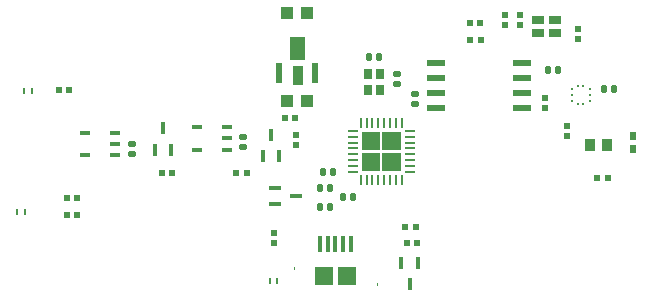
<source format=gbr>
%TF.GenerationSoftware,KiCad,Pcbnew,7.0.1*%
%TF.CreationDate,2023-05-27T07:40:04-07:00*%
%TF.ProjectId,Base-Flight-Computer-Test,42617365-2d46-46c6-9967-68742d436f6d,rev?*%
%TF.SameCoordinates,Original*%
%TF.FileFunction,Paste,Top*%
%TF.FilePolarity,Positive*%
%FSLAX46Y46*%
G04 Gerber Fmt 4.6, Leading zero omitted, Abs format (unit mm)*
G04 Created by KiCad (PCBNEW 7.0.1) date 2023-05-27 07:40:04*
%MOMM*%
%LPD*%
G01*
G04 APERTURE LIST*
G04 Aperture macros list*
%AMRoundRect*
0 Rectangle with rounded corners*
0 $1 Rounding radius*
0 $2 $3 $4 $5 $6 $7 $8 $9 X,Y pos of 4 corners*
0 Add a 4 corners polygon primitive as box body*
4,1,4,$2,$3,$4,$5,$6,$7,$8,$9,$2,$3,0*
0 Add four circle primitives for the rounded corners*
1,1,$1+$1,$2,$3*
1,1,$1+$1,$4,$5*
1,1,$1+$1,$6,$7*
1,1,$1+$1,$8,$9*
0 Add four rect primitives between the rounded corners*
20,1,$1+$1,$2,$3,$4,$5,0*
20,1,$1+$1,$4,$5,$6,$7,0*
20,1,$1+$1,$6,$7,$8,$9,0*
20,1,$1+$1,$8,$9,$2,$3,0*%
G04 Aperture macros list end*
%ADD10C,0.000100*%
%ADD11C,0.010000*%
%ADD12R,0.400000X1.350000*%
%ADD13R,1.500000X1.550000*%
%ADD14R,0.600000X0.540000*%
%ADD15RoundRect,0.075600X0.224400X0.194400X-0.224400X0.194400X-0.224400X-0.194400X0.224400X-0.194400X0*%
%ADD16R,1.000000X0.800000*%
%ADD17RoundRect,0.075600X-0.194400X0.224400X-0.194400X-0.224400X0.194400X-0.224400X0.194400X0.224400X0*%
%ADD18R,0.280000X0.520000*%
%ADD19R,0.540000X0.600000*%
%ADD20R,0.450800X1.111200*%
%ADD21R,0.609600X0.685800*%
%ADD22R,0.580000X1.730000*%
%ADD23R,0.250000X0.275000*%
%ADD24R,0.275000X0.250000*%
%ADD25R,0.952500X0.406400*%
%ADD26R,0.750000X0.850000*%
%ADD27R,1.100000X1.000000*%
%ADD28R,0.843000X1.000000*%
%ADD29RoundRect,0.075600X0.194400X-0.224400X0.194400X0.224400X-0.194400X0.224400X-0.194400X-0.224400X0*%
%ADD30R,1.524000X0.558800*%
%ADD31R,1.111200X0.450800*%
%ADD32R,0.228600X0.812800*%
%ADD33R,0.812800X0.228600*%
G04 APERTURE END LIST*
D10*
%TO.C,P2*%
X130454400Y-102455600D02*
X130454400Y-102625600D01*
X137454400Y-103995600D02*
X137454400Y-103825600D01*
%TO.C,U3*%
D11*
X131088400Y-86929600D02*
X130328400Y-86929600D01*
X130328400Y-85429600D01*
X131088400Y-85429600D01*
X131088400Y-86929600D01*
G36*
X131088400Y-86929600D02*
G01*
X130328400Y-86929600D01*
X130328400Y-85429600D01*
X131088400Y-85429600D01*
X131088400Y-86929600D01*
G37*
X131318400Y-84874600D02*
X130098400Y-84874600D01*
X130098400Y-82954600D01*
X131318400Y-82954600D01*
X131318400Y-84874600D01*
G36*
X131318400Y-84874600D02*
G01*
X130098400Y-84874600D01*
X130098400Y-82954600D01*
X131318400Y-82954600D01*
X131318400Y-84874600D01*
G37*
%TO.C,U1*%
G36*
X139494463Y-92571900D02*
G01*
X137941863Y-92571900D01*
X137941863Y-91019300D01*
X139494463Y-91019300D01*
X139494463Y-92571900D01*
G37*
G36*
X137741863Y-92571900D02*
G01*
X136189263Y-92571900D01*
X136189263Y-91019300D01*
X137741863Y-91019300D01*
X137741863Y-92571900D01*
G37*
G36*
X139494463Y-94324500D02*
G01*
X137941863Y-94324500D01*
X137941863Y-92771900D01*
X139494463Y-92771900D01*
X139494463Y-94324500D01*
G37*
G36*
X137741863Y-94324500D02*
G01*
X136189263Y-94324500D01*
X136189263Y-92771900D01*
X137741863Y-92771900D01*
X137741863Y-94324500D01*
G37*
%TD*%
D12*
%TO.C,P2*%
X132654400Y-100525600D03*
X133304400Y-100525600D03*
X133954400Y-100525600D03*
X134604400Y-100525600D03*
X135254400Y-100525600D03*
D13*
X132954400Y-103225600D03*
X134954400Y-103225600D03*
%TD*%
D14*
%TO.C,R20*%
X128752600Y-100406400D03*
X128752600Y-99542400D03*
%TD*%
D15*
%TO.C,C6*%
X126136400Y-92276400D03*
X126136400Y-91416400D03*
%TD*%
D16*
%TO.C,D1*%
X151091200Y-81517400D03*
X152591200Y-81517400D03*
X152591200Y-82617400D03*
X151091200Y-82617400D03*
%TD*%
D17*
%TO.C,C8*%
X152830000Y-85750400D03*
X151970000Y-85750400D03*
%TD*%
D14*
%TO.C,R13*%
X153593800Y-91389400D03*
X153593800Y-90525400D03*
%TD*%
D15*
%TO.C,C7*%
X116763800Y-92860600D03*
X116763800Y-92000600D03*
%TD*%
D18*
%TO.C,D2*%
X129052200Y-103606600D03*
X128402200Y-103606600D03*
%TD*%
D14*
%TO.C,R4*%
X148336000Y-81991400D03*
X148336000Y-81127400D03*
%TD*%
D19*
%TO.C,R1*%
X110565800Y-87503000D03*
X111429800Y-87503000D03*
%TD*%
D15*
%TO.C,C1*%
X140690600Y-88695000D03*
X140690600Y-87835000D03*
%TD*%
D20*
%TO.C,Q2*%
X127798599Y-93076601D03*
X129198601Y-93076601D03*
X128498600Y-91276600D03*
%TD*%
D14*
%TO.C,R22*%
X130657600Y-92151400D03*
X130657600Y-91287400D03*
%TD*%
D19*
%TO.C,R7*%
X111251800Y-98094800D03*
X112115800Y-98094800D03*
%TD*%
D17*
%TO.C,C4*%
X133475200Y-95758000D03*
X132615200Y-95758000D03*
%TD*%
D18*
%TO.C,D5*%
X107015400Y-97790000D03*
X107665400Y-97790000D03*
%TD*%
D21*
%TO.C,J1*%
X159131000Y-91363800D03*
X159131000Y-92481400D03*
%TD*%
D22*
%TO.C,U3*%
X129208400Y-86064600D03*
X132208400Y-86064600D03*
%TD*%
D19*
%TO.C,R21*%
X129666800Y-89865200D03*
X130530800Y-89865200D03*
%TD*%
D23*
%TO.C,U2*%
X154961900Y-87146900D03*
X154461900Y-87146900D03*
D24*
X153949400Y-87409400D03*
X153949400Y-87909400D03*
X153949400Y-88409400D03*
D23*
X154461900Y-88671900D03*
X154961900Y-88671900D03*
D24*
X155474400Y-88409400D03*
X155474400Y-87909400D03*
X155474400Y-87409400D03*
%TD*%
D25*
%TO.C,Q4*%
X115271550Y-92999601D03*
X115271550Y-92049600D03*
X115271550Y-91099599D03*
X112718850Y-91099599D03*
X112718850Y-92999601D03*
%TD*%
D26*
%TO.C,Y1*%
X136711200Y-86142200D03*
X136711200Y-87492200D03*
X137761200Y-87492200D03*
X137761200Y-86142200D03*
%TD*%
D20*
%TO.C,Q3*%
X118679999Y-92517801D03*
X120080001Y-92517801D03*
X119380000Y-90717800D03*
%TD*%
D19*
%TO.C,R19*%
X145389400Y-83210400D03*
X146253400Y-83210400D03*
%TD*%
%TO.C,R17*%
X145364000Y-81788000D03*
X146228000Y-81788000D03*
%TD*%
D25*
%TO.C,Q1*%
X124771150Y-92517001D03*
X124771150Y-91567000D03*
X124771150Y-90616999D03*
X122218450Y-90616999D03*
X122218450Y-92517001D03*
%TD*%
D19*
%TO.C,R8*%
X140004600Y-100431600D03*
X140868600Y-100431600D03*
%TD*%
D15*
%TO.C,C11*%
X139141200Y-86993200D03*
X139141200Y-86133200D03*
%TD*%
D14*
%TO.C,R6*%
X149580600Y-81127400D03*
X149580600Y-81991400D03*
%TD*%
D19*
%TO.C,R3*%
X119252800Y-94538800D03*
X120116800Y-94538800D03*
%TD*%
D17*
%TO.C,C3*%
X135431000Y-96570800D03*
X134571000Y-96570800D03*
%TD*%
D27*
%TO.C,C13*%
X129858400Y-80924400D03*
X131558400Y-80924400D03*
%TD*%
D14*
%TO.C,R12*%
X151663400Y-89001800D03*
X151663400Y-88137800D03*
%TD*%
D28*
%TO.C,D3*%
X155488500Y-92100400D03*
X156931500Y-92100400D03*
%TD*%
D14*
%TO.C,R5*%
X154533600Y-83134400D03*
X154533600Y-82270400D03*
%TD*%
D29*
%TO.C,C9*%
X156669000Y-87426800D03*
X157529000Y-87426800D03*
%TD*%
D17*
%TO.C,C5*%
X133729200Y-94437200D03*
X132869200Y-94437200D03*
%TD*%
D19*
%TO.C,R16*%
X156133600Y-94945200D03*
X156997600Y-94945200D03*
%TD*%
%TO.C,R9*%
X111201000Y-96596200D03*
X112065000Y-96596200D03*
%TD*%
D17*
%TO.C,C2*%
X133500600Y-97409000D03*
X132640600Y-97409000D03*
%TD*%
D18*
%TO.C,D4*%
X108275000Y-87553800D03*
X107625000Y-87553800D03*
%TD*%
D30*
%TO.C,U4*%
X142455900Y-85191600D03*
X142455900Y-86461600D03*
X142455900Y-87731600D03*
X142455900Y-89001600D03*
X149745700Y-89001600D03*
X149745700Y-87731600D03*
X149745700Y-86461600D03*
X149745700Y-85191600D03*
%TD*%
D19*
%TO.C,R11*%
X140741600Y-99060000D03*
X139877600Y-99060000D03*
%TD*%
%TO.C,R18*%
X126441400Y-94462600D03*
X125577400Y-94462600D03*
%TD*%
D31*
%TO.C,Q5*%
X128843199Y-95743799D03*
X128843199Y-97143801D03*
X130643200Y-96443800D03*
%TD*%
D32*
%TO.C,U1*%
X139592304Y-90271600D03*
X139092178Y-90271600D03*
X138592052Y-90271600D03*
X138091926Y-90271600D03*
X137591800Y-90271600D03*
X137091674Y-90271600D03*
X136591548Y-90271600D03*
X136091422Y-90271600D03*
D33*
X135441563Y-90921459D03*
X135441563Y-91421585D03*
X135441563Y-91921711D03*
X135441563Y-92421837D03*
X135441563Y-92921963D03*
X135441563Y-93422089D03*
X135441563Y-93922215D03*
X135441563Y-94422341D03*
D32*
X136091422Y-95072200D03*
X136591548Y-95072200D03*
X137091674Y-95072200D03*
X137591800Y-95072200D03*
X138091926Y-95072200D03*
X138592052Y-95072200D03*
X139092178Y-95072200D03*
X139592304Y-95072200D03*
D33*
X140242163Y-94422341D03*
X140242163Y-93922215D03*
X140242163Y-93422089D03*
X140242163Y-92921963D03*
X140242163Y-92421837D03*
X140242163Y-91921711D03*
X140242163Y-91421585D03*
X140242163Y-90921459D03*
%TD*%
D20*
%TO.C,Q6*%
X140933401Y-102122399D03*
X139533399Y-102122399D03*
X140233400Y-103922400D03*
%TD*%
D17*
%TO.C,C10*%
X137640800Y-84709000D03*
X136780800Y-84709000D03*
%TD*%
D27*
%TO.C,C12*%
X131558400Y-88366600D03*
X129858400Y-88366600D03*
%TD*%
M02*

</source>
